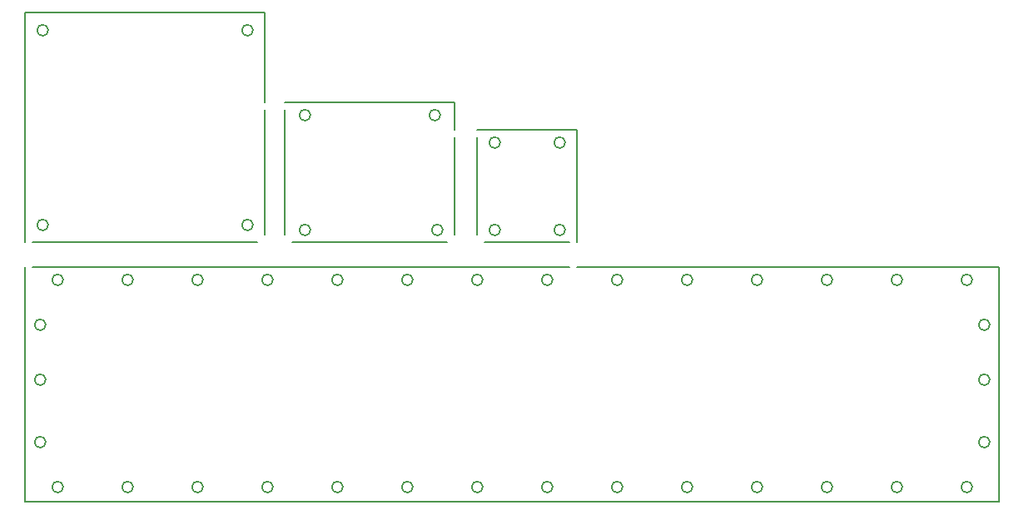
<source format=gbr>
G04 #@! TF.FileFunction,Profile,NP*
%FSLAX46Y46*%
G04 Gerber Fmt 4.6, Leading zero omitted, Abs format (unit mm)*
G04 Created by KiCad (PCBNEW 4.0.5+dfsg1-4) date Thu Oct 18 11:42:42 2018*
%MOMM*%
%LPD*%
G01*
G04 APERTURE LIST*
%ADD10C,0.100000*%
%ADD11C,0.150000*%
G04 APERTURE END LIST*
D10*
D11*
X100076000Y-120142000D02*
X100076000Y-117348000D01*
X100076000Y-120904000D02*
X100076000Y-130810000D01*
X102362000Y-130810000D02*
X102362000Y-120904000D01*
X80772000Y-117348000D02*
X80772000Y-108204000D01*
X80772000Y-130810000D02*
X80772000Y-118110000D01*
X82804000Y-118110000D02*
X82804000Y-130810000D01*
X103124000Y-131572000D02*
X111760000Y-131572000D01*
X83566000Y-131572000D02*
X99314000Y-131572000D01*
X57150000Y-131572000D02*
X80010000Y-131572000D01*
X56388000Y-131572000D02*
X56388000Y-108204000D01*
X56388000Y-108204000D02*
X80772000Y-108204000D01*
X82804000Y-117348000D02*
X100076000Y-117348000D01*
X102362000Y-120142000D02*
X102616000Y-120142000D01*
X112522000Y-120142000D02*
X112522000Y-131572000D01*
X102616000Y-120142000D02*
X112522000Y-120142000D01*
X58733961Y-109982000D02*
G75*
G03X58733961Y-109982000I-567961J0D01*
G01*
X58733961Y-129794000D02*
G75*
G03X58733961Y-129794000I-567961J0D01*
G01*
X79561961Y-129794000D02*
G75*
G03X79561961Y-129794000I-567961J0D01*
G01*
X79561961Y-109982000D02*
G75*
G03X79561961Y-109982000I-567961J0D01*
G01*
X104707961Y-121412000D02*
G75*
G03X104707961Y-121412000I-567961J0D01*
G01*
X104707961Y-130302000D02*
G75*
G03X104707961Y-130302000I-567961J0D01*
G01*
X111311961Y-130302000D02*
G75*
G03X111311961Y-130302000I-567961J0D01*
G01*
X111311961Y-121412000D02*
G75*
G03X111311961Y-121412000I-567961J0D01*
G01*
X98865961Y-130302000D02*
G75*
G03X98865961Y-130302000I-567961J0D01*
G01*
X85403961Y-118618000D02*
G75*
G03X85403961Y-118618000I-567961J0D01*
G01*
X98611961Y-118618000D02*
G75*
G03X98611961Y-118618000I-567961J0D01*
G01*
X85403961Y-130302000D02*
G75*
G03X85403961Y-130302000I-567961J0D01*
G01*
X109982000Y-134112000D02*
X71628000Y-134112000D01*
X112522000Y-134112000D02*
X155448000Y-134112000D01*
X103124000Y-134112000D02*
X111760000Y-134112000D01*
X100076000Y-134112000D02*
X102362000Y-134112000D01*
X83566000Y-134112000D02*
X99314000Y-134112000D01*
X80772000Y-134112000D02*
X82804000Y-134112000D01*
X80010000Y-134112000D02*
X57150000Y-134112000D01*
X56388000Y-134112000D02*
X56388000Y-157988000D01*
X155448000Y-157988000D02*
X56388000Y-157988000D01*
X155448000Y-134112000D02*
X155448000Y-157988000D01*
X58479961Y-139954000D02*
G75*
G03X58479961Y-139954000I-567961J0D01*
G01*
X58479961Y-145542000D02*
G75*
G03X58479961Y-145542000I-567961J0D01*
G01*
X58479961Y-151892000D02*
G75*
G03X58479961Y-151892000I-567961J0D01*
G01*
X60257961Y-156464000D02*
G75*
G03X60257961Y-156464000I-567961J0D01*
G01*
X67369961Y-156464000D02*
G75*
G03X67369961Y-156464000I-567961J0D01*
G01*
X81593961Y-156464000D02*
G75*
G03X81593961Y-156464000I-567961J0D01*
G01*
X74481961Y-156464000D02*
G75*
G03X74481961Y-156464000I-567961J0D01*
G01*
X102929961Y-156464000D02*
G75*
G03X102929961Y-156464000I-567961J0D01*
G01*
X110041961Y-156464000D02*
G75*
G03X110041961Y-156464000I-567961J0D01*
G01*
X95817961Y-156464000D02*
G75*
G03X95817961Y-156464000I-567961J0D01*
G01*
X88705961Y-156464000D02*
G75*
G03X88705961Y-156464000I-567961J0D01*
G01*
X117153961Y-156464000D02*
G75*
G03X117153961Y-156464000I-567961J0D01*
G01*
X124265961Y-156464000D02*
G75*
G03X124265961Y-156464000I-567961J0D01*
G01*
X138489961Y-156464000D02*
G75*
G03X138489961Y-156464000I-567961J0D01*
G01*
X131377961Y-156464000D02*
G75*
G03X131377961Y-156464000I-567961J0D01*
G01*
X145601961Y-156464000D02*
G75*
G03X145601961Y-156464000I-567961J0D01*
G01*
X152713961Y-156464000D02*
G75*
G03X152713961Y-156464000I-567961J0D01*
G01*
X154491961Y-151892000D02*
G75*
G03X154491961Y-151892000I-567961J0D01*
G01*
X154491961Y-145542000D02*
G75*
G03X154491961Y-145542000I-567961J0D01*
G01*
X154491961Y-139954000D02*
G75*
G03X154491961Y-139954000I-567961J0D01*
G01*
X152713961Y-135382000D02*
G75*
G03X152713961Y-135382000I-567961J0D01*
G01*
X145601961Y-135382000D02*
G75*
G03X145601961Y-135382000I-567961J0D01*
G01*
X131377961Y-135382000D02*
G75*
G03X131377961Y-135382000I-567961J0D01*
G01*
X138489961Y-135382000D02*
G75*
G03X138489961Y-135382000I-567961J0D01*
G01*
X124265961Y-135382000D02*
G75*
G03X124265961Y-135382000I-567961J0D01*
G01*
X117153961Y-135382000D02*
G75*
G03X117153961Y-135382000I-567961J0D01*
G01*
X88705961Y-135382000D02*
G75*
G03X88705961Y-135382000I-567961J0D01*
G01*
X95817961Y-135382000D02*
G75*
G03X95817961Y-135382000I-567961J0D01*
G01*
X110041961Y-135382000D02*
G75*
G03X110041961Y-135382000I-567961J0D01*
G01*
X102929961Y-135382000D02*
G75*
G03X102929961Y-135382000I-567961J0D01*
G01*
X74481961Y-135382000D02*
G75*
G03X74481961Y-135382000I-567961J0D01*
G01*
X81593961Y-135382000D02*
G75*
G03X81593961Y-135382000I-567961J0D01*
G01*
X67369961Y-135382000D02*
G75*
G03X67369961Y-135382000I-567961J0D01*
G01*
X60257961Y-135382000D02*
G75*
G03X60257961Y-135382000I-567961J0D01*
G01*
M02*

</source>
